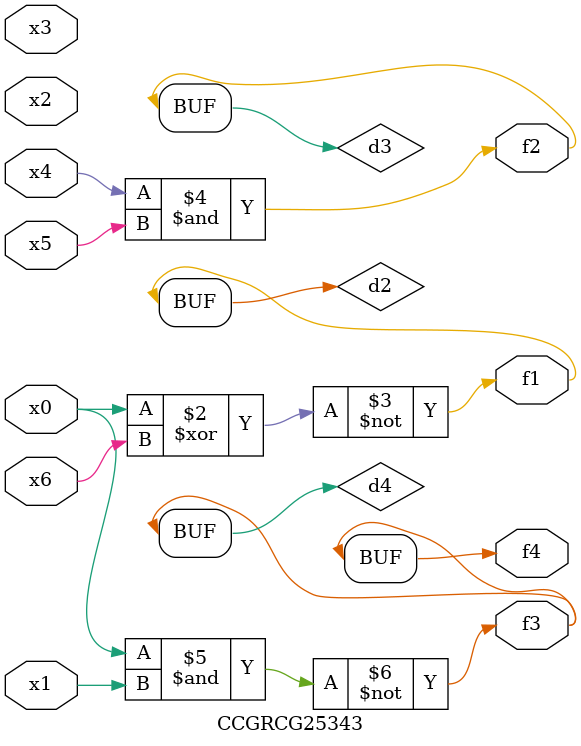
<source format=v>
module CCGRCG25343(
	input x0, x1, x2, x3, x4, x5, x6,
	output f1, f2, f3, f4
);

	wire d1, d2, d3, d4;

	nor (d1, x0);
	xnor (d2, x0, x6);
	and (d3, x4, x5);
	nand (d4, x0, x1);
	assign f1 = d2;
	assign f2 = d3;
	assign f3 = d4;
	assign f4 = d4;
endmodule

</source>
